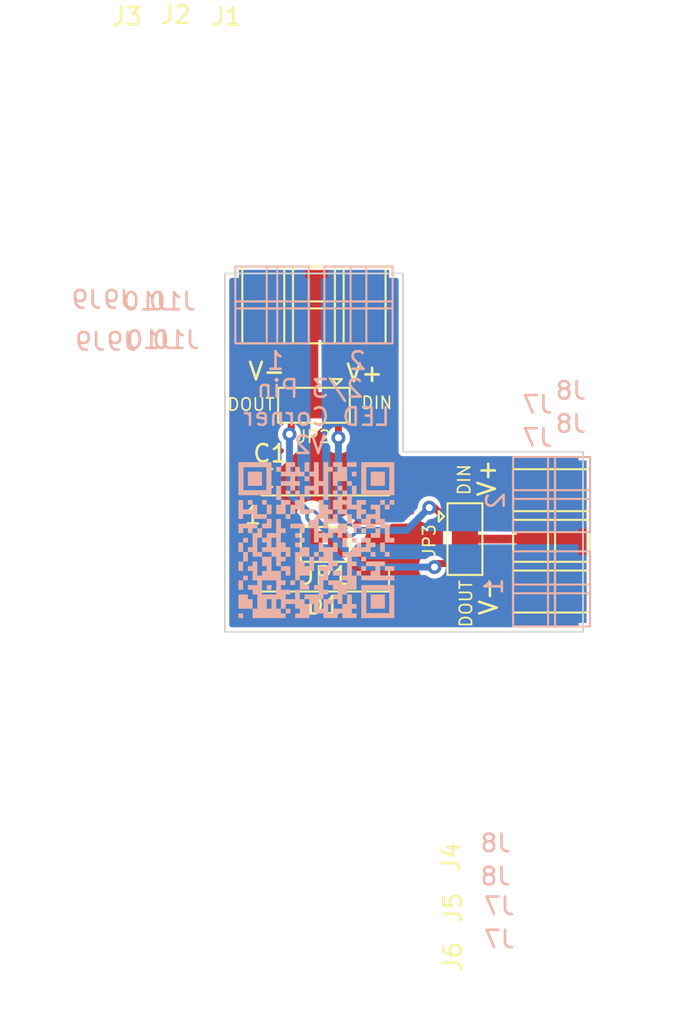
<source format=kicad_pcb>
(kicad_pcb (version 20211014) (generator pcbnew)
  (layers (0 "F.Cu" signal) (31 "B.Cu" signal) (34 "B.Paste" user) (35 "F.Paste" user) (36 "B.SilkS" user "B.Silkscreen") (37 "F.SilkS" user "F.Silkscreen") (38 "B.Mask" user) (39 "F.Mask" user) (44 "Edge.Cuts" user))
  (net 0 "")
  (net 1 "GND")
  (net 2 "K1")
  (net 3 "K2")
  (net 4 "VCC")
  (net 5 "/2pin1")
  (net 6 "/2pin2")
  (net 7 "DOUT")
  (net 8 "DIN")
  (footprint "TestPoint:TestPoint_Pad_2.0x2.0mm" (layer "F.Cu") (at 147.5 105.3 180)
    (fp_text reference "J1" (at 7.9 15.5 180) (layer "F.SilkS"))
    (fp_text value "Conn_01x01_Male")
    (fp_line (start 1.2 -1.2) (end 1.2 1.2) (layer "F.SilkS") (width 0.12))
    (fp_line (start -1.2 -1.2) (end 1.2 -1.2) (layer "F.SilkS") (width 0.12))
    (fp_line (start 1.2 1.2) (end -1.2 1.2) (layer "F.SilkS") (width 0.12))
    (fp_line (start -1.2 1.2) (end -1.2 -1.2) (layer "F.SilkS") (width 0.12))
    (pad "1" smd rect locked (at 0 0 180) (size 2 2) (layers "F.Cu" "F.Mask") (net 4 "VCC"))
  )
  (footprint "LED_SMD:LED_WS2812B_PLCC4_5.0x5.0mm_P3.2mm" (layer "F.Cu") (at 145.25 119.95)
    (fp_text reference "D1" (at -0.1 3.55) (layer "F.SilkS"))
    (fp_text value "WS2812B")
    (fp_text user "1" (at -4.15 -1.6) (layer "F.SilkS"))
    (fp_line (start -3.65 2.75) (end 3.65 2.75) (layer "F.SilkS") (width 0.12))
    (fp_line (start 3.65 2.75) (end 3.65 1.6) (layer "F.SilkS") (width 0.12))
    (fp_line (start -3.65 -2.75) (end 3.65 -2.75) (layer "F.SilkS") (width 0.12))
    (pad "1" smd rect locked (at -2.45 -1.6) (size 1.5 1) (layers "F.Cu" "F.Paste" "F.Mask") (net 4 "VCC"))
    (pad "2" smd rect locked (at -2.45 1.6) (size 1.5 1) (layers "F.Cu" "F.Paste" "F.Mask") (net 7 "DOUT"))
    (pad "3" smd rect locked (at 2.45 1.6) (size 1.5 1) (layers "F.Cu" "F.Paste" "F.Mask") (net 1 "GND"))
    (pad "4" smd rect locked (at 2.45 -1.6) (size 1.5 1) (layers "F.Cu" "F.Paste" "F.Mask") (net 8 "DIN"))
  )
  (footprint "TestPoint:TestPoint_Pad_2.0x2.0mm" (layer "F.Cu") (at 159.2 122.7 90)
    (fp_text reference "J6" (at -20.9 -6.65 90) (layer "F.SilkS"))
    (fp_text value "Conn_01x01_Male")
    (fp_line (start 1.2 1.2) (end -1.2 1.2) (layer "F.SilkS") (width 0.12))
    (fp_line (start -1.2 1.2) (end -1.2 -1.2) (layer "F.SilkS") (width 0.12))
    (fp_line (start 1.2 -1.2) (end 1.2 1.2) (layer "F.SilkS") (width 0.12))
    (fp_line (start -1.2 -1.2) (end 1.2 -1.2) (layer "F.SilkS") (width 0.12))
    (pad "1" smd rect locked (at 0 0 90) (size 2 2) (layers "F.Cu" "F.Mask") (net 1 "GND"))
  )
  (footprint "TestPoint:TestPoint_Pad_2.0x2.0mm" (layer "F.Cu") (at 144.6 105.3 180)
    (fp_text reference "J2" (at 7.9 15.6 180) (layer "F.SilkS"))
    (fp_text value "Conn_01x01_Male")
    (fp_line (start -1.2 -1.2) (end 1.2 -1.2) (layer "F.SilkS") (width 0.12))
    (fp_line (start 1.2 1.2) (end -1.2 1.2) (layer "F.SilkS") (width 0.12))
    (fp_line (start -1.2 1.2) (end -1.2 -1.2) (layer "F.SilkS") (width 0.12))
    (fp_line (start 1.2 -1.2) (end 1.2 1.2) (layer "F.SilkS") (width 0.12))
    (pad "1" smd rect locked (at 0 0 180) (size 2 2) (layers "F.Cu" "F.Mask") (net 2 "K1"))
  )
  (footprint "TestPoint:TestPoint_Pad_2.0x2.0mm" (layer "F.Cu") (at 157.2 122.7 90)
    (fp_text reference "J6" (at -20.9 -4.65 90) (layer "F.SilkS"))
    (fp_text value "Conn_01x01_Male")
    (fp_line (start -1.2 1.2) (end -1.2 -1.2) (layer "F.SilkS") (width 0.12))
    (fp_line (start 1.2 1.2) (end -1.2 1.2) (layer "F.SilkS") (width 0.12))
    (fp_line (start 1.2 -1.2) (end 1.2 1.2) (layer "F.SilkS") (width 0.12))
    (fp_line (start -1.2 -1.2) (end 1.2 -1.2) (layer "F.SilkS") (width 0.12))
    (pad "1" smd rect locked (at 0 0 90) (size 2 2) (layers "F.Cu" "F.Mask") (net 1 "GND"))
  )
  (footprint "Jumper:SolderJumper-3_P1.3mm_Open_Pad1.0x1.5mm" (layer "F.Cu") (at 153.2425 119.7 -90)
    (fp_text reference "JP3" (at 0.1 2.0425 90) (layer "F.SilkS") (effects (font (size 0.7 0.7) (thickness 0.1))))
    (fp_text value "Jumper_3_Open")
    (fp_line (start -1.3 1.2) (end -1 1.5) (layer "F.SilkS") (width 0.12))
    (fp_line (start 2.05 1) (end -2.05 1) (layer "F.SilkS") (width 0.12))
    (fp_line (start -2.05 -1) (end 2.05 -1) (layer "F.SilkS") (width 0.12))
    (fp_line (start 2.05 -1) (end 2.05 1) (layer "F.SilkS") (width 0.12))
    (fp_line (start -1.6 1.5) (end -1 1.5) (layer "F.SilkS") (width 0.12))
    (fp_line (start -2.05 1) (end -2.05 -1) (layer "F.SilkS") (width 0.12))
    (fp_line (start -1.3 1.2) (end -1.6 1.5) (layer "F.SilkS") (width 0.12))
    (pad "1" smd rect (at -1.3 0 270) (size 1 1.5) (layers "F.Cu" "F.Mask") (net 8 "DIN"))
    (pad "2" smd rect (at 0 0 270) (size 1 1.5) (layers "F.Cu" "F.Mask") (net 3 "K2"))
    (pad "3" smd rect (at 1.3 0 270) (size 1 1.5) (layers "F.Cu" "F.Mask") (net 7 "DOUT"))
  )
  (footprint "TestPoint:TestPoint_Pad_2.0x2.0mm" (layer "F.Cu") (at 141.7 107.3 180)
    (fp_text reference "J3" (at 7.8 17.5 180) (layer "F.SilkS"))
    (fp_text value "Conn_01x01_Male")
    (fp_line (start 1.2 1.2) (end -1.2 1.2) (layer "F.SilkS") (width 0.12))
    (fp_line (start -1.2 1.2) (end -1.2 -1.2) (layer "F.SilkS") (width 0.12))
    (fp_line (start 1.2 -1.2) (end 1.2 1.2) (layer "F.SilkS") (width 0.12))
    (fp_line (start -1.2 -1.2) (end 1.2 -1.2) (layer "F.SilkS") (width 0.12))
    (pad "1" smd rect locked (at 0 0 180) (size 2 2) (layers "F.Cu" "F.Mask") (net 1 "GND"))
  )
  (footprint "TestPoint:TestPoint_Pad_2.0x2.0mm" (layer "F.Cu") (at 144.6 107.3 180)
    (fp_text reference "J2" (at 7.9 17.6 180) (layer "F.SilkS"))
    (fp_text value "Conn_01x01_Male")
    (fp_line (start 1.2 1.2) (end -1.2 1.2) (layer "F.SilkS") (width 0.12))
    (fp_line (start 1.2 -1.2) (end 1.2 1.2) (layer "F.SilkS") (width 0.12))
    (fp_line (start -1.2 1.2) (end -1.2 -1.2) (layer "F.SilkS") (width 0.12))
    (fp_line (start -1.2 -1.2) (end 1.2 -1.2) (layer "F.SilkS") (width 0.12))
    (pad "1" smd rect locked (at 0 0 180) (size 2 2) (layers "F.Cu" "F.Mask") (net 2 "K1"))
  )
  (footprint "TestPoint:TestPoint_Pad_2.0x2.0mm" (layer "F.Cu") (at 147.5 107.3 180)
    (fp_text reference "J1" (at 7.9 17.5 180) (layer "F.SilkS"))
    (fp_text value "Conn_01x01_Male")
    (fp_line (start -1.2 -1.2) (end 1.2 -1.2) (layer "F.SilkS") (width 0.12))
    (fp_line (start -1.2 1.2) (end -1.2 -1.2) (layer "F.SilkS") (width 0.12))
    (fp_line (start 1.2 1.2) (end -1.2 1.2) (layer "F.SilkS") (width 0.12))
    (fp_line (start 1.2 -1.2) (end 1.2 1.2) (layer "F.SilkS") (width 0.12))
    (pad "1" smd rect locked (at 0 0 180) (size 2 2) (layers "F.Cu" "F.Mask") (net 4 "VCC"))
  )
  (footprint "TestPoint:TestPoint_Pad_2.0x2.0mm" (layer "F.Cu") (at 157.2 119.8 90)
    (fp_text reference "J5" (at -21 -4.65 90) (layer "F.SilkS"))
    (fp_text value "Conn_01x01_Male")
    (fp_line (start -1.2 -1.2) (end 1.2 -1.2) (layer "F.SilkS") (width 0.12))
    (fp_line (start 1.2 1.2) (end -1.2 1.2) (layer "F.SilkS") (width 0.12))
    (fp_line (start 1.2 -1.2) (end 1.2 1.2) (layer "F.SilkS") (width 0.12))
    (fp_line (start -1.2 1.2) (end -1.2 -1.2) (layer "F.SilkS") (width 0.12))
    (pad "1" smd rect locked (at 0 0 90) (size 2 2) (layers "F.Cu" "F.Mask") (net 3 "K2"))
  )
  (footprint "TestPoint:TestPoint_Pad_2.0x2.0mm" (layer "F.Cu") (at 159.2 119.8 90)
    (fp_text reference "J5" (at -21 -6.65 90) (layer "F.SilkS"))
    (fp_text value "Conn_01x01_Male")
    (fp_line (start 1.2 1.2) (end -1.2 1.2) (layer "F.SilkS") (width 0.12))
    (fp_line (start -1.2 1.2) (end -1.2 -1.2) (layer "F.SilkS") (width 0.12))
    (fp_line (start -1.2 -1.2) (end 1.2 -1.2) (layer "F.SilkS") (width 0.12))
    (fp_line (start 1.2 -1.2) (end 1.2 1.2) (layer "F.SilkS") (width 0.12))
    (pad "1" smd rect locked (at 0 0 90) (size 2 2) (layers "F.Cu" "F.Mask") (net 3 "K2"))
  )
  (footprint "TestPoint:TestPoint_Pad_2.0x2.0mm" (layer "F.Cu") (at 159.2 116.9 90)
    (fp_text reference "J4" (at -21 -6.75 90) (layer "F.SilkS"))
    (fp_text value "Conn_01x01_Male")
    (fp_line (start 1.2 -1.2) (end 1.2 1.2) (layer "F.SilkS") (width 0.12))
    (fp_line (start -1.2 -1.2) (end 1.2 -1.2) (layer "F.SilkS") (width 0.12))
    (fp_line (start -1.2 1.2) (end -1.2 -1.2) (layer "F.SilkS") (width 0.12))
    (fp_line (start 1.2 1.2) (end -1.2 1.2) (layer "F.SilkS") (width 0.12))
    (pad "1" smd rect locked (at 0 0 90) (size 2 2) (layers "F.Cu" "F.Mask") (net 4 "VCC"))
  )
  (footprint "Jumper:SolderJumper-3_P1.3mm_Open_Pad1.0x1.5mm" (layer "F.Cu") (at 144.6 112.0425 180)
    (fp_text reference "JP2" (at 0 -1.8) (layer "F.SilkS") (effects (font (size 0.7 0.7) (thickness 0.1))))
    (fp_text value "Jumper_3_Open")
    (fp_line (start 2.05 1) (end -2.05 1) (layer "F.SilkS") (width 0.12))
    (fp_line (start -2.05 1) (end -2.05 -1) (layer "F.SilkS") (width 0.12))
    (fp_line (start -1.6 1.5) (end -1 1.5) (layer "F.SilkS") (width 0.12))
    (fp_line (start 2.05 -1) (end 2.05 1) (layer "F.SilkS") (width 0.12))
    (fp_line (start -1.3 1.2) (end -1 1.5) (layer "F.SilkS") (width 0.12))
    (fp_line (start -2.05 -1) (end 2.05 -1) (layer "F.SilkS") (width 0.12))
    (fp_line (start -1.3 1.2) (end -1.6 1.5) (layer "F.SilkS") (width 0.12))
    (pad "1" smd rect (at -1.3 0 180) (size 1 1.5) (layers "F.Cu" "F.Mask") (net 8 "DIN"))
    (pad "2" smd rect (at 0 0 180) (size 1 1.5) (layers "F.Cu" "F.Mask") (net 2 "K1"))
    (pad "3" smd rect (at 1.3 0 180) (size 1 1.5) (layers "F.Cu" "F.Mask") (net 7 "DOUT"))
  )
  (footprint "TestPoint:TestPoint_Pad_2.0x2.0mm" (layer "F.Cu") (at 141.7 105.3 180)
    (fp_text reference "J3" (at 7.8 15.5 180) (layer "F.SilkS"))
    (fp_text value "Conn_01x01_Male")
    (fp_line (start 1.2 1.2) (end -1.2 1.2) (layer "F.SilkS") (width 0.12))
    (fp_line (start -1.2 1.2) (end -1.2 -1.2) (layer "F.SilkS") (width 0.12))
    (fp_line (start 1.2 -1.2) (end 1.2 1.2) (layer "F.SilkS") (width 0.12))
    (fp_line (start -1.2 -1.2) (end 1.2 -1.2) (layer "F.SilkS") (width 0.12))
    (pad "1" smd rect locked (at 0 0 180) (size 2 2) (layers "F.Cu" "F.Mask") (net 1 "GND"))
  )
  (footprint "TestPoint:TestPoint_Pad_2.0x2.0mm" (layer "F.Cu") (at 157.2 116.9 90)
    (fp_text reference "J4" (at -21 -4.75 90) (layer "F.SilkS"))
    (fp_text value "Conn_01x01_Male")
    (fp_line (start -1.2 -1.2) (end 1.2 -1.2) (layer "F.SilkS") (width 0.12))
    (fp_line (start 1.2 1.2) (end -1.2 1.2) (layer "F.SilkS") (width 0.12))
    (fp_line (start 1.2 -1.2) (end 1.2 1.2) (layer "F.SilkS") (width 0.12))
    (fp_line (start -1.2 1.2) (end -1.2 -1.2) (layer "F.SilkS") (width 0.12))
    (pad "1" smd rect locked (at 0 0 90) (size 2 2) (layers "F.Cu" "F.Mask") (net 4 "VCC"))
  )
  (footprint "Capacitor_SMD:C_0603_1608Metric" (layer "F.Cu") (at 142.075 116.2 180)
    (fp_text reference "C1" (at -0.025 1.4) (layer "F.SilkS"))
    (fp_text value "C")
    (fp_line (start -0.14058 -0.51) (end 0.14058 -0.51) (layer "F.SilkS") (width 0.12))
    (fp_line (start -0.14058 0.51) (end 0.14058 0.51) (layer "F.SilkS") (width 0.12))
    (pad "1" smd roundrect locked (at -0.775 0 180) (size 0.9 0.95) (layers "F.Cu" "F.Paste" "F.Mask") (net 4 "VCC"))
    (pad "2" smd roundrect locked (at 0.775 0 180) (size 0.9 0.95) (layers "F.Cu" "F.Paste" "F.Mask") (net 1 "GND"))
  )
  (footprint "Jumper:SolderJumper-2_P1.3mm_Open_Pad1.0x1.5mm" (layer "F.Cu") (at 145.25 120 180)
    (fp_text reference "JP1" (at 0 -1.8) (layer "F.SilkS"))
    (fp_text value "Jumper_2_Open")
    (fp_line (start 1.4 -1) (end 1.4 1) (layer "F.SilkS") (width 0.12))
    (fp_line (start -1.4 1) (end -1.4 -1) (layer "F.SilkS") (width 0.12))
    (fp_line (start -1.4 -1) (end 1.4 -1) (layer "F.SilkS") (width 0.12))
    (fp_line (start 1.4 1) (end -1.4 1) (layer "F.SilkS") (width 0.12))
    (pad "1" smd rect locked (at -0.65 0 180) (size 1 1.5) (layers "F.Cu" "F.Mask") (net 8 "DIN"))
    (pad "2" smd rect locked (at 0.65 0 180) (size 1 1.5) (layers "F.Cu" "F.Mask") (net 7 "DOUT"))
  )
  (footprint "TestPoint:TestPoint_Pad_2.0x2.0mm" (layer "B.Cu") (at 146.4 105.3 180)
    (fp_text reference "J10" (at 11.4 -0.8) (layer "B.SilkS") (effects (justify mirror)))
    (fp_text value "Conn_01x01_Male")
    (fp_line (start -1.2 1.2) (end 1.2 1.2) (layer "B.SilkS") (width 0.12))
    (fp_line (start 1.2 -1.2) (end -1.2 -1.2) (layer "B.SilkS") (width 0.12))
    (fp_line (start 1.2 1.2) (end 1.2 -1.2) (layer "B.SilkS") (width 0.12))
    (fp_line (start -1.2 -1.2) (end -1.2 1.2) (layer "B.SilkS") (width 0.12))
    (pad "1" smd rect (at 0 0 180) (size 2 2) (layers "B.Cu" "B.Mask") (net 6 "/2pin2"))
  )
  (footprint "TestPoint:TestPoint_Pad_2.0x2.0mm" (layer "B.Cu") (at 147.9 105.3 180)
    (fp_text reference "J10" (at 11.4 -0.8) (layer "B.SilkS") (effects (justify mirror)))
    (fp_text value "Conn_01x01_Male")
    (fp_line (start 1.2 -1.2) (end -1.2 -1.2) (layer "B.SilkS") (width 0.12))
    (fp_line (start 1.2 1.2) (end 1.2 -1.2) (layer "B.SilkS") (width 0.12))
    (fp_line (start -1.2 -1.2) (end -1.2 1.2) (layer "B.SilkS") (width 0.12))
    (fp_line (start -1.2 1.2) (end 1.2 1.2) (layer "B.SilkS") (width 0.12))
    (pad "1" smd rect (at 0 0 180) (size 2 2) (layers "B.Cu" "B.Mask") (net 6 "/2pin2"))
  )
  (footprint "TestPoint:TestPoint_Pad_2.0x2.0mm" (layer "B.Cu") (at 143.1 107.3 180)
    (fp_text reference "J9" (at 9.5 -1.1) (layer "B.SilkS") (effects (justify mirror)))
    (fp_text value "Conn_01x01_Male")
    (fp_line (start -1.2 -1.2) (end -1.2 1.2) (layer "B.SilkS") (width 0.12))
    (fp_line (start 1.2 -1.2) (end -1.2 -1.2) (layer "B.SilkS") (width 0.12))
    (fp_line (start 1.2 1.2) (end 1.2 -1.2) (layer "B.SilkS") (width 0.12))
    (fp_line (start -1.2 1.2) (end 1.2 1.2) (layer "B.SilkS") (width 0.12))
    (pad "1" smd rect (at 0 0 180) (size 2 2) (layers "B.Cu" "B.Mask") (net 5 "/2pin1"))
  )
  (footprint "TestPoint:TestPoint_Pad_2.0x2.0mm" (layer "B.Cu") (at 157.2 116.2 180)
    (fp_text reference "J8" (at 2.2 -20.9) (layer "B.SilkS") (effects (justify mirror)))
    (fp_text value "Conn_01x01_Male")
    (fp_line (start -1.2 -1.2) (end -1.2 1.2) (layer "B.SilkS") (width 0.12))
    (fp_line (start 1.2 -1.2) (end -1.2 -1.2) (layer "B.SilkS") (width 0.12))
    (fp_line (start -1.2 1.2) (end 1.2 1.2) (layer "B.SilkS") (width 0.12))
    (fp_line (start 1.2 1.2) (end 1.2 -1.2) (layer "B.SilkS") (width 0.12))
    (pad "1" smd rect (at 0 0 180) (size 2 2) (layers "B.Cu" "B.Mask") (net 6 "/2pin2"))
  )
  (footprint "TestPoint:TestPoint_Pad_2.0x2.0mm" (layer "B.Cu") (at 146.4 107.3 180)
    (fp_text reference "J10" (at 11.2 -1) (layer "B.SilkS") (effects (justify mirror)))
    (fp_text value "Conn_01x01_Male")
    (fp_line (start -1.2 -1.2) (end -1.2 1.2) (layer "B.SilkS") (width 0.12))
    (fp_line (start -1.2 1.2) (end 1.2 1.2) (layer "B.SilkS") (width 0.12))
    (fp_line (start 1.2 -1.2) (end -1.2 -1.2) (layer "B.SilkS") (width 0.12))
    (fp_line (start 1.2 1.2) (end 1.2 -1.2) (layer "B.SilkS") (width 0.12))
    (pad "1" smd rect (at 0 0 180) (size 2 2) (layers "B.Cu" "B.Mask") (net 6 "/2pin2"))
  )
  (footprint "TestPoint:TestPoint_Pad_2.0x2.0mm" (layer "B.Cu") (at 157.2 121.6 180)
    (fp_text reference "J7" (at 2 -19.1) (layer "B.SilkS") (effects (justify mirror)))
    (fp_text value "Conn_01x01_Male")
    (fp_line (start -1.2 1.2) (end 1.2 1.2) (layer "B.SilkS") (width 0.12))
    (fp_line (start 1.2 -1.2) (end -1.2 -1.2) (layer "B.SilkS") (width 0.12))
    (fp_line (start -1.2 -1.2) (end -1.2 1.2) (layer "B.SilkS") (width 0.12))
    (fp_line (start 1.2 1.2) (end 1.2 -1.2) (layer "B.SilkS") (width 0.12))
    (pad "1" smd rect (at 0 0 180) (size 2 2) (layers "B.Cu" "B.Mask") (net 5 "/2pin1"))
  )
  (footprint "TestPoint:TestPoint_Pad_2.0x2.0mm" (layer "B.Cu") (at 159.2 123.5 180)
    (fp_text reference "J7" (at 1.8 9.6) (layer "B.SilkS") (effects (justify mirror)))
    (fp_text value "Conn_01x01_Male")
    (fp_line (start 1.2 -1.2) (end -1.2 -1.2) (layer "B.SilkS") (width 0.12))
    (fp_line (start -1.2 -1.2) (end -1.2 1.2) (layer "B.SilkS") (width 0.12))
    (fp_line (start -1.2 1.2) (end 1.2 1.2) (layer "B.SilkS") (width 0.12))
    (fp_line (start 1.2 1.2) (end 1.2 -1.2) (layer "B.SilkS") (width 0.12))
    (pad "1" smd rect (at 0 0 180) (size 2 2) (layers "B.Cu" "B.Mask") (net 5 "/2pin1"))
  )
  (footprint "TestPoint:TestPoint_Pad_2.0x2.0mm" (layer "B.Cu") (at 147.9 107.3 180)
    (fp_text reference "J10" (at 11.2 -1) (layer "B.SilkS") (effects (justify mirror)))
    (fp_text value "Conn_01x01_Male")
    (fp_line (start -1.2 1.2) (end 1.2 1.2) (layer "B.SilkS") (width 0.12))
    (fp_line (start 1.2 -1.2) (end -1.2 -1.2) (layer "B.SilkS") (width 0.12))
    (fp_line (start 1.2 1.2) (end 1.2 -1.2) (layer "B.SilkS") (width 0.12))
    (fp_line (start -1.2 -1.2) (end -1.2 1.2) (layer "B.SilkS") (width 0.12))
    (pad "1" smd rect (at 0 0 180) (size 2 2) (layers "B.Cu" "B.Mask") (net 6 "/2pin2"))
  )
  (footprint "TestPoint:TestPoint_Pad_2.0x2.0mm" (layer "B.Cu") (at 159.2 118.1 180)
    (fp_text reference "J8" (at -0.1 5) (layer "B.SilkS") (effects (justify mirror)))
    (fp_text value "Conn_01x01_Male")
    (fp_line (start 1.2 1.2) (end 1.2 -1.2) (layer "B.SilkS") (width 0.12))
    (fp_line (start 1.2 -1.2) (end -1.2 -1.2) (layer "B.SilkS") (width 0.12))
    (fp_line (start -1.2 -1.2) (end -1.2 1.2) (layer "B.SilkS") (width 0.12))
    (fp_line (start -1.2 1.2) (end 1.2 1.2) (layer "B.SilkS") (width 0.12))
    (pad "1" smd rect (at 0 0 180) (size 2 2) (layers "B.Cu" "B.Mask") (net 6 "/2pin2"))
  )
  (footprint "TestPoint:TestPoint_Pad_2.0x2.0mm" (layer "B.Cu") (at 157.2 123.5 180)
    (fp_text reference "J7" (at 2 -19.1) (layer "B.SilkS") (effects (justify mirror)))
    (fp_text value "Conn_01x01_Male")
    (fp_line (start 1.2 1.2) (end 1.2 -1.2) (layer "B.SilkS") (width 0.12))
    (fp_line (start 1.2 -1.2) (end -1.2 -1.2) (layer "B.SilkS") (width 0.12))
    (fp_line (start -1.2 1.2) (end 1.2 1.2) (layer "B.SilkS") (width 0.12))
    (fp_line (start -1.2 -1.2) (end -1.2 1.2) (layer "B.SilkS") (width 0.12))
    (pad "1" smd rect (at 0 0 180) (size 2 2) (layers "B.Cu" "B.Mask") (net 5 "/2pin1"))
  )
  (footprint "TestPoint:TestPoint_Pad_2.0x2.0mm" (layer "B.Cu") (at 141.3 105.3 180)
    (fp_text reference "J9" (at 9.7 -0.7) (layer "B.SilkS") (effects (justify mirror)))
    (fp_text value "Conn_01x01_Male")
    (fp_line (start 1.2 -1.2) (end -1.2 -1.2) (layer "B.SilkS") (width 0.12))
    (fp_line (start -1.2 -1.2) (end -1.2 1.2) (layer "B.SilkS") (width 0.12))
    (fp_line (start 1.2 1.2) (end 1.2 -1.2) (layer "B.SilkS") (width 0.12))
    (fp_line (start -1.2 1.2) (end 1.2 1.2) (layer "B.SilkS") (width 0.12))
    (pad "1" smd rect (at 0 0 180) (size 2 2) (layers "B.Cu" "B.Mask") (net 5 "/2pin1"))
  )
  (footprint "TestPoint:TestPoint_Pad_2.0x2.0mm" (layer "B.Cu") (at 141.3 107.3 180)
    (fp_text reference "J9" (at 9.5 -1.1) (layer "B.SilkS") (effects (justify mirror)))
    (fp_text value "Conn_01x01_Male")
    (fp_line (start -1.2 -1.2) (end -1.2 1.2) (layer "B.SilkS") (width 0.12))
    (fp_line (start 1.2 1.2) (end 1.2 -1.2) (layer "B.SilkS") (width 0.12))
    (fp_line (start 1.2 -1.2) (end -1.2 -1.2) (layer "B.SilkS") (width 0.12))
    (fp_line (start -1.2 1.2) (end 1.2 1.2) (layer "B.SilkS") (width 0.12))
    (pad "1" smd rect (at 0 0 180) (size 2 2) (layers "B.Cu" "B.Mask") (net 5 "/2pin1"))
  )
  (footprint "LOGO" (layer "B.Cu") (at 144.75 119.75 180)
    (fp_text reference "G***" hide)
    (fp_text value "LOGO" hide)
    (fp_poly (pts (xy 4.472564 -1.768223) (xy 4.20213 -1.768223) (xy 4.20213 -1.227355) (xy 4.472564 -1.227355)) (layer "B.SilkS") (width 0) (fill solid))
    (fp_poly (pts (xy -1.476986 2.558722) (xy -1.74742 2.558722) (xy -1.74742 2.829156) (xy -1.476986 2.829156)) (layer "B.SilkS") (width 0) (fill solid))
    (fp_poly (pts (xy -1.74742 4.181326) (xy -2.288288 4.181326) (xy -2.288288 4.45176) (xy -1.74742 4.45176)) (layer "B.SilkS") (width 0) (fill solid))
    (fp_poly (pts (xy -3.640458 -0.686487) (xy -3.910892 -0.686487) (xy -3.910892 -0.145619) (xy -3.640458 -0.145619)) (layer "B.SilkS") (width 0) (fill solid))
    (fp_poly (pts (xy 1.227355 0.124815) (xy 0.956921 0.124815) (xy 0.956921 0.395249) (xy 1.227355 0.395249)) (layer "B.SilkS") (width 0) (fill solid))
    (fp_poly (pts (xy 3.931696 2.017854) (xy 3.661262 2.017854) (xy 3.661262 2.288288) (xy 3.931696 2.288288)) (layer "B.SilkS") (width 0) (fill solid))
    (fp_poly (pts (xy -2.017854 3.640458) (xy -2.288288 3.640458) (xy -2.288288 3.910892) (xy -2.017854 3.910892)) (layer "B.SilkS") (width 0) (fill solid))
    (fp_poly (pts (xy 4.20213 -1.227355) (xy 3.931696 -1.227355) (xy 3.931696 -0.686487) (xy 4.20213 -0.686487)) (layer "B.SilkS") (width 0) (fill solid))
    (fp_poly (pts (xy -2.017854 -0.145619) (xy -2.288288 -0.145619) (xy -2.288288 0.124815) (xy -2.017854 0.124815)) (layer "B.SilkS") (width 0) (fill solid))
    (fp_poly (pts (xy -3.910892 -0.956921) (xy -4.181326 -0.956921) (xy -4.181326 -0.686487) (xy -3.910892 -0.686487)) (layer "B.SilkS") (width 0) (fill solid))
    (fp_poly (pts (xy -1.74742 0.936117) (xy -2.017854 0.936117) (xy -2.017854 1.476986) (xy -1.74742 1.476986)) (layer "B.SilkS") (width 0) (fill solid))
    (fp_poly (pts (xy -1.74742 0.124815) (xy -2.017854 0.124815) (xy -2.017854 0.395249) (xy -1.74742 0.395249)) (layer "B.SilkS") (width 0) (fill solid))
    (fp_poly (pts (xy -3.910892 1.74742) (xy -4.181326 1.74742) (xy -4.181326 2.017854) (xy -3.910892 2.017854)) (layer "B.SilkS") (width 0) (fill solid))
    (fp_poly (pts (xy 2.84996 1.476986) (xy 2.579525 1.476986) (xy 2.579525 2.017854) (xy 2.84996 2.017854)) (layer "B.SilkS") (width 0) (fill solid))
    (fp_poly (pts (xy -3.09959 -0.956921) (xy -3.370024 -0.956921) (xy -3.370024 -0.686487) (xy -3.09959 -0.686487)) (layer "B.SilkS") (width 0) (fill solid))
    (fp_poly (pts (xy 4.472564 -2.84996) (xy 4.20213 -2.84996) (xy 4.20213 -2.309091) (xy 4.472564 -2.309091)) (layer "B.SilkS") (width 0) (fill solid))
    (fp_poly (pts (xy -3.640458 2.017854) (xy -3.910892 2.017854) (xy -3.910892 2.288288) (xy -3.640458 2.288288)) (layer "B.SilkS") (width 0) (fill solid))
    (fp_poly (pts (xy 1.227355 -0.416053) (xy 0.956921 -0.416053) (xy 0.956921 -0.145619) (xy 1.227355 -0.145619)) (layer "B.SilkS") (width 0) (fill solid))
    (fp_poly (pts (xy 4.472564 -4.472564) (xy 4.20213 -4.472564) (xy 4.20213 -4.20213) (xy 4.472564 -4.20213)) (layer "B.SilkS") (width 0) (fill solid))
    (fp_poly (pts (xy 1.497789 0.665683) (xy 0.956921 0.665683) (xy 0.956921 0.395249) (xy 0.686487 0.395249) (xy 0.686487 0.936117) (xy 1.497789 0.936117)) (layer "B.SilkS") (width 0) (fill solid))
    (fp_poly (pts (xy 4.472564 2.558722) (xy 2.579525 2.558722) (xy 2.579525 2.849959) (xy 2.870762 2.849959) (xy 4.181327 2.849959) (xy 4.181327 4.160524) (xy 2.870762 4.160524) (xy 2.870762 2.849959) (xy 2.579525 2.849959) (xy 2.579525 4.45176) (xy 4.472564 4.45176)) (layer "B.SilkS") (width 0) (fill solid))
    (fp_poly (pts (xy 1.768223 2.558722) (xy 1.497789 2.558722) (xy 1.497789 2.829156) (xy 1.768223 2.829156)) (layer "B.SilkS") (width 0) (fill solid))
    (fp_poly (pts (xy -2.558722 -1.768223) (xy -2.829156 -1.768223) (xy -2.829156 -1.497789) (xy -2.558722 -1.497789)) (layer "B.SilkS") (width 0) (fill solid))
    (fp_poly (pts (xy -1.206552 2.829156) (xy -1.476986 2.829156) (xy -1.476986 3.09959) (xy -1.206552 3.09959)) (layer "B.SilkS") (width 0) (fill solid))
    (fp_poly (pts (xy 4.472564 -3.931696) (xy 3.661262 -3.931696) (xy 3.661262 -3.390828) (xy 3.931696 -3.390828) (xy 3.931696 -3.120394) (xy 4.472564 -3.120394)) (layer "B.SilkS") (width 0) (fill solid))
    (fp_poly (pts (xy 1.497789 -2.579525) (xy 1.227355 -2.579525) (xy 1.227355 -2.309091) (xy 1.497789 -2.309091)) (layer "B.SilkS") (width 0) (fill solid))
    (fp_poly (pts (xy -0.936117 2.558722) (xy -1.206552 2.558722) (xy -1.206552 2.829156) (xy -0.936117 2.829156)) (layer "B.SilkS") (width 0) (fill solid))
    (fp_poly (pts (xy 4.472564 1.206552) (xy 4.20213 1.206552) (xy 4.20213 1.476986) (xy 3.661262 1.476986) (xy 3.661262 1.206552) (xy 2.84996 1.206552) (xy 2.84996 1.476986) (xy 3.390828 1.476986) (xy 3.390828 2.017854) (xy 3.661262 2.017854) (xy 3.661262 1.74742) (xy 4.20213 1.74742) (xy 4.20213 2.288288) (xy 4.472564 2.288288)) (layer "B.SilkS") (width 0) (fill solid))
    (fp_poly (pts (xy -0.936117 -2.038657) (xy -1.476986 -2.038657) (xy -1.476986 -1.768223) (xy -0.936117 -1.768223)) (layer "B.SilkS") (width 0) (fill solid))
    (fp_poly (pts (xy -2.558722 -4.472564) (xy -4.45176 -4.472564) (xy -4.45176 -4.181327) (xy -4.160524 -4.181327) (xy -2.849959 -4.181327) (xy -2.849959 -2.870762) (xy -4.160524 -2.870762) (xy -4.160524 -4.181327) (xy -4.45176 -4.181327) (xy -4.45176 -2.579525) (xy -2.558722 -2.579525)) (layer "B.SilkS") (width 0) (fill solid))
    (fp_poly (pts (xy 1.227355 2.558722) (xy 0.956921 2.558722) (xy 0.956921 2.829156) (xy 1.227355 2.829156)) (layer "B.SilkS") (width 0) (fill solid))
    (fp_poly (pts (xy 2.84996 0.936117) (xy 3.120394 0.936117) (xy 3.120394 0.665683) (xy 2.579525 0.665683) (xy 2.579525 1.206552) (xy 2.84996 1.206552)) (layer "B.SilkS") (width 0) (fill solid))
    (fp_poly (pts (xy 4.20213 -0.145619) (xy 3.931696 -0.145619) (xy 3.931696 0.124815) (xy 4.20213 0.124815)) (layer "B.SilkS") (width 0) (fill solid))
    (fp_poly (pts (xy -3.09959 3.09959) (xy -3.910892 3.09959) (xy -3.910892 3.910892) (xy -3.09959 3.910892)) (layer "B.SilkS") (width 0) (fill solid))
    (fp_poly (pts (xy -3.910892 -1.768223) (xy -4.45176 -1.768223) (xy -4.45176 -1.497789) (xy -3.910892 -1.497789)) (layer "B.SilkS") (width 0) (fill solid))
    (fp_poly (pts (xy 3.931696 3.09959) (xy 3.120394 3.09959) (xy 3.120394 3.910892) (xy 3.931696 3.910892)) (layer "B.SilkS") (width 0) (fill solid))
    (fp_poly (pts (xy -4.181326 2.017854) (xy -4.45176 2.017854) (xy -4.45176 2.288288) (xy -4.181326 2.288288)) (layer "B.SilkS") (width 0) (fill solid))
    (fp_poly (pts (xy 0.956921 -0.145619) (xy 0.686487 -0.145619) (xy 0.686487 0.124815) (xy 0.956921 0.124815)) (layer "B.SilkS") (width 0) (fill solid))
    (fp_poly (pts (xy 0.145619 -0.686487) (xy 0.145619 -0.956921) (xy 0.416053 -0.956921) (xy 0.416053 -0.416053) (xy 0.956921 -0.416053) (xy 0.956921 -0.686487) (xy 1.227355 -0.686487) (xy 1.227355 -2.309091) (xy 0.956921 -2.309091) (xy 0.956921 -2.84996) (xy 1.227355 -2.84996) (xy 1.227355 -3.390828) (xy 1.768223 -3.390828) (xy 1.768223 -3.120394) (xy 2.309091 -3.120394) (xy 3.120394 -3.120394) (xy 3.120394 -2.309091) (xy 2.309091 -2.309091) (xy 2.309091 -3.120394) (xy 1.768223 -3.120394) (xy 1.497789 -3.120394) (xy 1.497789 -2.84996) (xy 2.038657 -2.84996) (xy 2.038657 -2.579525) (xy 1.768223 -2.579525) (xy 1.768223 -2.309091) (xy 2.038657 -2.309091) (xy 2.038657 -1.768223) (xy 2.579525 -1.768223) (xy 2.579525 -0.956921) (xy 3.120394 -0.956921) (xy 3.120394 -0.686487) (xy 2.579525 -0.686487) (xy 2.579525 -0.956921) (xy 2.309091 -0.956921) (xy 2.309091 -1.497789) (xy 2.038657 -1.497789) (xy 2.038657 -1.768223) (xy 1.768223 -1.768223) (xy 1.768223 -2.038657) (xy 1.497789 -2.038657) (xy 1.497789 -1.497789) (xy 2.038657 -1.497789) (xy 2.038657 -1.227355) (xy 1.768223 -1.227355) (xy 1.768223 -0.956921) (xy 2.038657 -0.956921) (xy 2.038657 -0.686487) (xy 1.768223 -0.686487) (xy 1.768223 -0.956921) (xy 1.497789 -0.956921) (xy 1.497789 -0.416053) (xy 1.768223 -0.416053) (xy 2.309091 -0.416053) (xy 2.579525 -0.416053) (xy 2.84996 -0.416053) (xy 3.120394 -0.416053) (xy 3.120394 -0.686487) (xy 3.390828 -0.686487) (xy 3.390828 0.124815) (xy 3.120394 0.124815) (xy 3.120394 -0.145619) (xy 2.84996 -0.145619) (xy 2.84996 -0.416053) (xy 2.579525 -0.416053) (xy 2.579525 0.124815) (xy 2.309091 0.124815) (xy 2.309091 -0.416053) (xy 1.768223 -0.416053) (xy 1.768223 -0.145619) (xy 2.038657 -0.145619) (xy 2.038657 0.395249) (xy 1.768223 0.395249) (xy 1.768223 0.665683) (xy 2.038657 0.665683) (xy 2.038657 1.206552) (xy 2.309091 1.206552) (xy 2.309091 0.395249) (xy 2.84996 0.395249) (xy 2.84996 0.124815) (xy 3.120394 0.124815) (xy 3.120394 0.395249) (xy 3.390828 0.395249) (xy 3.661262 0.395249) (xy 3.661262 0.665683) (xy 3.390828 0.665683) (xy 3.390828 0.395249) (xy 3.120394 0.395249) (xy 3.120394 0.665683) (xy 3.390828 0.665683) (xy 3.390828 0.936117) (xy 4.472564 0.936117) (xy 4.472564 0.395249) (xy 4.20213 0.395249) (xy 4.20213 0.665683) (xy 3.931696 0.665683) (xy 3.931696 0.395249) (xy 3.661262 0.395249) (xy 3.661262 -0.416053) (xy 3.931696 -0.416053) (xy 3.931696 -0.686487) (xy 3.661262 -0.686487) (xy 3.661262 -0.956921) (xy 3.120394 -0.956921) (xy 3.120394 -1.497789) (xy 2.84996 -1.497789) (xy 2.84996 -1.768223) (xy 3.120394 -1.768223) (xy 3.120394 -2.038657) (xy 3.390828 -2.038657) (xy 3.390828 -1.227355) (xy 3.661262 -1.227355) (xy 3.661262 -1.497789) (xy 3.931696 -1.497789) (xy 3.931696 -1.768223) (xy 3.661262 -1.768223) (xy 3.661262 -2.309091) (xy 3.390828 -2.309091) (xy 3.390828 -2.579525) (xy 3.931696 -2.579525) (xy 3.931696 -2.84996) (xy 3.661262 -2.84996) (xy 3.661262 -3.120394) (xy 3.390828 -3.120394) (xy 3.390828 -3.931696) (xy 3.661262 -3.931696) (xy 3.661262 -4.472564) (xy 1.768223 -4.472564) (xy 1.768223 -4.20213) (xy 2.038657 -4.20213) (xy 2.038657 -3.931696) (xy 2.309091 -3.931696) (xy 2.579525 -3.931696) (xy 2.84996 -3.931696) (xy 2.84996 -3.390828) (xy 2.579525 -3.390828) (xy 2.579525 -3.931696) (xy 2.309091 -3.931696) (xy 2.309091 -3.390828) (xy 2.038657 -3.390828) (xy 2.038657 -3.931696) (xy 1.768223 -3.931696) (xy 1.768223 -4.20213) (xy 1.497789 -4.20213) (xy 1.497789 -3.931696) (xy 1.768223 -3.931696) (xy 1.768223 -3.661262) (xy 1.227355 -3.661262) (xy 1.227355 -3.931696) (xy 0.956921 -3.931696) (xy 0.956921 -4.20213) (xy 1.227355 -4.20213) (xy 1.227355 -4.472564) (xy 0.416053 -4.472564) (xy 0.416053 -3.661262) (xy 0.686487 -3.661262) (xy 0.686487 -3.390828) (xy 0.416053 -3.390828) (xy 0.416053 -3.661262) (xy 0.145619 -3.661262) (xy 0.145619 -4.20213) (xy -0.395249 -4.20213) (xy -0.395249 -4.472564) (xy -1.206552 -4.472564) (xy -1.206552 -4.20213) (xy -1.476986 -4.20213) (xy -1.476986 -4.472564) (xy -2.288288 -4.472564) (xy -2.288288 -4.20213) (xy -2.017854 -4.20213) (xy -2.017854 -3.931696) (xy -1.476986 -3.931696) (xy -0.936117 -3.931696) (xy -0.936117 -4.20213) (xy -0.665683 -4.20213) (xy -0.665683 -3.931696) (xy -0.395249 -3.931696) (xy -0.124815 -3.931696) (xy -0.124815 -3.390828) (xy -0.395249 -3.390828) (xy -0.395249 -3.931696) (xy -0.665683 -3.931696) (xy -0.665683 -3.661262) (xy -0.936117 -3.661262) (xy -0.936117 -3.390828) (xy -1.206552 -3.390828) (xy -1.206552 -3.661262) (xy -1.476986 -3.661262) (xy -1.476986 -3.931696) (xy -2.017854 -3.931696) (xy -2.288288 -3.931696) (xy -2.288288 -3.661262) (xy -2.017854 -3.661262) (xy -1.74742 -3.661262) (xy -1.476986 -3.661262) (xy -1.476986 -3.120394) (xy -1.206552 -3.120394) (xy -0.936117 -3.120394) (xy -0.936117 -3.390828) (xy -0.395249 -3.390828) (xy -0.395249 -3.120394) (xy -0.665683 -3.120394) (xy -0.665683 -2.84996) (xy -0.395249 -2.84996) (xy -0.395249 -2.309091) (xy -0.665683 -2.309091) (xy -0.665683 -2.579525) (xy -0.936117 -2.579525) (xy -0.936117 -2.84996) (xy -1.206552 -2.84996) (xy -1.206552 -3.120394) (xy -1.476986 -3.120394) (xy -1.74742 -3.120394) (xy -1.74742 -3.661262) (xy -2.017854 -3.661262) (xy -2.017854 -3.120394) (xy -1.74742 -3.120394) (xy -1.74742 -2.84996) (xy -2.288288 -2.84996) (xy -2.288288 -2.579525) (xy -1.74742 -2.579525) (xy -1.476986 -2.579525) (xy -1.476986 -2.309091) (xy -1.74742 -2.309091) (xy -1.74742 -2.579525) (xy -2.288288 -2.579525) (xy -2.288288 -2.038657) (xy -2.558722 -2.038657) (xy -2.558722 -2.309091) (xy -4.45176 -2.309091) (xy -4.45176 -2.038657) (xy -3.640458 -2.038657) (xy -3.640458 -1.768223) (xy -3.370024 -1.768223) (xy -3.09959 -1.768223) (xy -3.09959 -2.038657) (xy -2.558722 -2.038657) (xy -2.558722 -1.768223) (xy -2.288288 -1.768223) (xy -2.288288 -2.038657) (xy -2.017854 -2.038657) (xy -2.017854 -1.497789) (xy -2.288288 -1.497789) (xy -2.288288 -1.227355) (xy -2.017854 -1.227355) (xy -2.017854 -0.956921) (xy -2.558722 -0.956921) (xy -2.558722 -1.227355) (xy -2.829156 -1.227355) (xy -2.829156 -1.497789) (xy -3.370024 -1.497789) (xy -3.370024 -1.768223) (xy -3.640458 -1.768223) (xy -3.640458 -1.497789) (xy -3.910892 -1.497789) (xy -3.910892 -1.227355) (xy -2.829156 -1.227355) (xy -2.829156 -0.956921) (xy -2.558722 -0.956921) (xy -2.558722 -0.686487) (xy -3.09959 -0.686487) (xy -3.09959 -0.416053) (xy -2.829156 -0.416053) (xy -2.558722 -0.416053) (xy -2.558722 -0.145619) (xy -2.829156 -0.145619) (xy -2.829156 -0.416053) (xy -3.09959 -0.416053) (xy -3.370024 -0.416053) (xy -3.370024 -0.145619) (xy -3.09959 -0.145619) (xy -3.09959 0.124815) (xy -3.640458 0.124815) (xy -3.640458 0.395249) (xy -3.370024 0.395249) (xy -3.09959 0.395249) (xy -3.09959 0.124815) (xy -2.558722 0.124815) (xy -2.558722 -0.145619) (xy -2.288288 -0.145619) (xy -2.288288 -0.416053) (xy -2.017854 -0.416053) (xy -2.017854 -0.686487) (xy -1.476986 -0.686487) (xy -1.476986 -0.956921) (xy -1.74742 -0.956921) (xy -1.74742 -2.038657) (xy -1.476986 -2.038657) (xy -1.476986 -2.309091) (xy -0.665683 -2.309091) (xy -0.665683 -1.768223) (xy -0.936117 -1.768223) (xy -0.936117 -1.497789) (xy -0.665683 -1.497789) (xy -0.124815 -1.497789) (xy -0.124815 -1.768223) (xy -0.395249 -1.768223) (xy -0.395249 -2.038657) (xy -0.124815 -2.038657) (xy -0.124815 -2.579525) (xy 0.145619 -2.579525) (xy 0.145619 -2.84996) (xy -0.124815 -2.84996) (xy -0.124815 -3.120394) (xy 0.686487 -3.120394) (xy 0.686487 -3.390828) (xy 0.956921 -3.390828) (xy 0.956921 -2.84996) (xy 0.416053 -2.84996) (xy 0.416053 -2.579525) (xy 0.686487 -2.579525) (xy 0.686487 -2.309091) (xy 0.956921 -2.309091) (xy 0.956921 -2.038657) (xy 0.416053 -2.038657) (xy 0.416053 -1.768223) (xy 0.145619 -1.768223) (xy 0.145619 -1.497789) (xy 0.416053 -1.497789) (xy 0.686487 -1.497789) (xy 0.686487 -1.227355) (xy 0.956921 -1.227355) (xy 0.956921 -0.956921) (xy 0.416053 -0.956921) (xy 0.416053 -1.497789) (xy 0.145619 -1.497789) (xy 0.145619 -0.956921) (xy -0.124815 -0.956921) (xy -0.124815 -1.227355) (xy -0.665683 -1.227355) (xy -0.665683 -1.497789) (xy -0.936117 -1.497789) (xy -1.206552 -1.497789) (xy -1.206552 -1.227355) (xy -0.936117 -1.227355) (xy -0.936117 -0.956921) (xy -0.395249 -0.956921) (xy -0.124815 -0.956921) (xy -0.124815 -0.686487) (xy -0.395249 -0.686487) (xy -0.395249 -0.956921) (xy -0.936117 -0.956921) (xy -0.936117 -0.686487) (xy -1.206552 -0.686487) (xy -1.206552 -0.145619) (xy -0.936117 -0.145619) (xy -0.936117 -0.416053) (xy -0.395249 -0.416053) (xy -0.395249 -0.145619) (xy -0.124815 -0.145619) (xy -0.124815 0.124815) (xy -0.395249 0.124815) (xy -0.395249 -0.145619) (xy -0.665683 -0.145619) (xy -0.665683 0.124815) (xy -0.936117 0.124815) (xy -0.936117 0.395249) (xy -0.665683 0.395249) (xy -0.124815 0.395249) (xy -0.124815 1.206552) (xy -0.395249 1.206552) (xy -0.395249 0.665683) (xy -0.665683 0.665683) (xy -0.665683 0.395249) (xy -0.936117 0.395249) (xy -1.206552 0.395249) (xy -1.206552 0.124815) (xy -1.476986 0.124815) (xy -1.476986 0.395249) (xy -1.74742 0.395249) (xy -1.74742 0.665683) (xy -1.206552 0.665683) (xy -0.665683 0.665683) (xy -0.665683 0.936117) (xy -1.206552 0.936117) (xy -1.206552 0.665683) (xy -1.74742 0.665683) (xy -1.74742 0.936117) (xy -1.206552 0.936117) (xy -1.206552 1.206552) (xy -0.936117 1.206552) (xy -0.665683 1.206552) (xy -0.665683 1.476986) (xy -0.936117 1.476986) (xy -0.936117 1.206552) (xy -1.206552 1.206552) (xy -1.206552 1.476986) (xy -0.936117 1.476986) (xy -0.936117 1.74742) (xy -1.206552 1.74742) (xy -1.206552 1.476986) (xy -1.74742 1.476986) (xy -1.74742 1.74742) (xy -1.476986 1.74742) (xy -1.476986 2.017854) (xy -1.74742 2.017854) (xy -1.74742 1.74742) (xy -2.288288 1.74742) (xy -2.288288 1.206552) (xy -2.558722 1.206552) (xy -2.558722 0.936117) (xy -2.829156 0.936117) (xy -2.829156 0.665683) (xy -3.370024 0.665683) (xy -3.370024 0.395249) (xy -3.640458 0.395249) (xy -3.640458 0.665683) (xy -3.370024 0.665683) (xy -3.370024 0.936117) (xy -3.09959 0.936117) (xy -3.09959 1.206552) (xy -2.829156 1.206552) (xy -2.558722 1.206552) (xy -2.558722 1.476986) (xy -2.829156 1.476986) (xy -2.829156 1.206552) (xy -3.09959 1.206552) (xy -3.370024 1.206552) (xy -3.370024 0.936117) (xy -3.640458 0.936117) (xy -3.640458 0.665683) (xy -3.910892 0.665683) (xy -3.910892 -0.145619) (xy -4.45176 -0.145619) (xy -4.45176 0.124815) (xy -4.181326 0.124815) (xy -4.181326 0.936117) (xy -3.910892 0.936117) (xy -3.910892 1.206552) (xy -3.640458 1.206552) (xy -3.640458 2.017854) (xy -3.09959 2.017854) (xy -3.09959 1.74742) (xy -3.370024 1.74742) (xy -3.370024 1.476986) (xy -2.829156 1.476986) (xy -2.829156 1.74742) (xy -2.558722 1.74742) (xy -2.558722 2.017854) (xy -2.829156 2.017854) (xy -2.829156 2.288288) (xy -2.288288 2.288288) (xy -2.288288 2.017854) (xy -2.017854 2.017854) (xy -2.017854 2.558722) (xy -1.74742 2.558722) (xy -1.74742 2.288288) (xy -1.476986 2.288288) (xy -1.476986 2.558722) (xy -1.206552 2.558722) (xy -1.206552 2.288288) (xy -0.936117 2.288288) (xy -0.936117 1.74742) (xy -0.665683 1.74742) (xy -0.665683 2.017854) (xy -0.395249 2.017854) (xy -0.395249 2.288288) (xy -0.124815 2.288288) (xy -0.124815 1.476986) (xy 0.145619 1.476986) (xy 0.145619 1.74742) (xy 0.686487 1.74742) (xy 0.686487 2.558722) (xy 0.416053 2.558722) (xy 0.416053 2.829156) (xy 0.145619 2.829156) (xy 0.145619 2.558722) (xy -0.124815 2.558722) (xy -0.124815 3.09959) (xy 0.145619 3.09959) (xy 0.686487 3.09959) (xy 0.686487 2.558722) (xy 0.956921 2.558722) (xy 0.956921 2.288288) (xy 1.227355 2.288288) (xy 1.227355 2.017854) (xy 1.497789 2.017854) (xy 1.497789 2.288288) (xy 2.038657 2.288288) (xy 2.038657 3.09959) (xy 1.497789 3.09959) (xy 1.497789 2.829156) (xy 1.227355 2.829156) (xy 1.227355 3.09959) (xy 0.956921 3.09959) (xy 0.956921 3.370024) (xy 1.227355 3.370024) (xy 1.227355 3.640458) (xy 0.686487 3.640458) (xy 0.686487 3.910892) (xy 0.416053 3.910892) (xy 0.416053 3.640458) (xy 0.145619 3.640458) (xy 0.145619 3.09959) (xy -0.124815 3.09959) (xy -0.395249 3.09959) (xy -0.395249 2.288288) (xy -0.665683 2.288288) (xy -0.665683 3.910892) (xy -0.936117 3.910892) (xy -0.936117 3.09959) (xy -1.206552 3.09959) (xy -1.206552 3.370024) (xy -1.74742 3.370024) (xy -1.74742 3.09959) (xy -2.017854 3.09959) (xy -2.017854 2.558722) (xy -2.288288 2.558722) (xy -2.288288 3.09959) (xy -2.017854 3.09959) (xy -2.017854 3.370024) (xy -1.74742 3.370024) (xy -1.74742 3.910892) (xy -1.206552 3.910892) (xy -0.936117 3.910892) (xy -0.936117 4.181326) (xy -1.206552 4.181326) (xy -1.206552 3.910892) (xy -1.74742 3.910892) (xy -1.74742 4.181326) (xy -1.476986 4.181326) (xy -1.476986 4.45176) (xy -0.936117 4.45176) (xy -0.936117 4.181326) (xy -0.665683 4.181326) (xy -0.665683 4.45176) (xy -0.395249 4.45176) (xy -0.395249 3.370024) (xy -0.124815 3.370024) (xy -0.124815 4.45176) (xy 0.145619 4.45176) (xy 0.145619 3.910892) (xy 0.416053 3.910892) (xy 0.416053 4.45176) (xy 0.686487 4.45176) (xy 0.686487 3.910892) (xy 0.956921 3.910892) (xy 1.227355 3.910892) (xy 1.497789 3.910892) (xy 1.497789 4.181326) (xy 1.227355 4.181326) (xy 1.227355 3.910892) (xy 0.956921 3.910892) (xy 0.956921 4.181326) (xy 1.227355 4.181326) (xy 1.227355 4.45176) (xy 1.768223 4.45176) (xy 1.768223 3.910892) (xy 2.038657 3.910892) (xy 2.038657 3.640458) (xy 1.497789 3.640458) (xy 1.497789 3.370024) (xy 2.038657 3.370024) (xy 2.038657 3.09959) (xy 2.309091 3.09959) (xy 2.309091 2.288288) (xy 2.038657 2.288288) (xy 2.038657 2.017854) (xy 2.309091 2.017854) (xy 2.309091 1.476986) (xy 1.768223 1.476986) (xy 1.768223 1.206552) (xy 1.497789 1.206552) (xy 1.497789 1.476986) (xy 1.768223 1.476986) (xy 1.768223 2.017854) (xy 1.497789 2.017854) (xy 1.497789 1.476986) (xy 1.227355 1.476986) (xy 1.227355 1.74742) (xy 0.956921 1.74742) (xy 0.956921 1.476986) (xy 0.145619 1.476986) (xy 0.145619 1.206552) (xy 0.416053 1.206552) (xy 0.416053 0.665683) (xy 0.145619 0.665683) (xy 0.145619 -0.145619) (xy -0.124815 -0.145619) (xy -0.124815 -0.686487)) (layer "B.SilkS") (width 0) (fill solid))
    (fp_poly (pts (xy 4.20213 -2.309091) (xy 3.931696 -2.309091) (xy 3.931696 -2.038657) (xy 4.20213 -2.038657)) (layer "B.SilkS") (width 0) (fill solid))
    (fp_poly (pts (xy 4.472564 -0.686487) (xy 4.20213 -0.686487) (xy 4.20213 -0.145619) (xy 4.472564 -0.145619)) (layer "B.SilkS") (width 0) (fill solid))
    (fp_poly (pts (xy 3.120394 2.017854) (xy 2.84996 2.017854) (xy 2.84996 2.288288) (xy 3.120394 2.288288)) (layer "B.SilkS") (width 0) (fill solid))
    (fp_poly (pts (xy -1.476986 -0.416053) (xy -1.74742 -0.416053) (xy -1.74742 0.124815) (xy -1.476986 0.124815)) (layer "B.SilkS") (width 0) (fill solid))
    (fp_poly (pts (xy -3.09959 -3.931696) (xy -3.910892 -3.931696) (xy -3.910892 -3.120394) (xy -3.09959 -3.120394)) (layer "B.SilkS") (width 0) (fill solid))
    (fp_poly (pts (xy -2.558722 0.395249) (xy -2.829156 0.395249) (xy -2.829156 0.665683) (xy -2.558722 0.665683)) (layer "B.SilkS") (width 0) (fill solid))
    (fp_poly (pts (xy 2.309091 3.910892) (xy 2.038657 3.910892) (xy 2.038657 4.181326) (xy 2.309091 4.181326)) (layer "B.SilkS") (width 0) (fill solid))
    (fp_poly (pts (xy 2.84996 -2.84996) (xy 2.579525 -2.84996) (xy 2.579525 -2.579525) (xy 2.84996 -2.579525)) (layer "B.SilkS") (width 0) (fill solid))
    (fp_poly (pts (xy 0.686487 3.370024) (xy 0.416053 3.370024) (xy 0.416053 3.640458) (xy 0.686487 3.640458)) (layer "B.SilkS") (width 0) (fill solid))
    (fp_poly (pts (xy -2.558722 2.558722) (xy -4.45176 2.558722) (xy -4.45176 2.849959) (xy -4.160524 2.849959) (xy -2.849959 2.849959) (xy -2.849959 4.160524) (xy -4.160524 4.160524) (xy -4.160524 2.849959) (xy -4.45176 2.849959) (xy -4.45176 4.45176) (xy -2.558722 4.45176)) (layer "B.SilkS") (width 0) (fill solid))
    (fp_poly (pts (xy -2.558722 0.936117) (xy -2.017854 0.936117) (xy -2.017854 0.395249) (xy -2.288288 0.395249) (xy -2.288288 0.665683) (xy -2.558722 0.665683)) (layer "B.SilkS") (width 0) (fill solid))
  )
  (footprint "TestPoint:TestPoint_Pad_2.0x2.0mm" (layer "B.Cu") (at 159.2 121.6 180)
    (fp_text reference "J7" (at 1.8 9.6) (layer "B.SilkS") (effects (justify mirror)))
    (fp_text value "Conn_01x01_Male")
    (fp_line (start -1.2 1.2) (end 1.2 1.2) (layer "B.SilkS") (width 0.12))
    (fp_line (start 1.2 1.2) (end 1.2 -1.2) (layer "B.SilkS") (width 0.12))
    (fp_line (start 1.2 -1.2) (end -1.2 -1.2) (layer "B.SilkS") (width 0.12))
    (fp_line (start -1.2 -1.2) (end -1.2 1.2) (layer "B.SilkS") (width 0.12))
    (pad "1" smd rect (at 0 0 180) (size 2 2) (layers "B.Cu" "B.Mask") (net 5 "/2pin1"))
  )
  (footprint "TestPoint:TestPoint_Pad_2.0x2.0mm" (layer "B.Cu") (at 157.2 118.1 180)
    (fp_text reference "J8" (at 2.2 -20.9) (layer "B.SilkS") (effects (justify mirror)))
    (fp_text value "Conn_01x01_Male")
    (fp_line (start 1.2 1.2) (end 1.2 -1.2) (layer "B.SilkS") (width 0.12))
    (fp_line (start -1.2 1.2) (end 1.2 1.2) (layer "B.SilkS") (width 0.12))
    (fp_line (start -1.2 -1.2) (end -1.2 1.2) (layer "B.SilkS") (width 0.12))
    (fp_line (start 1.2 -1.2) (end -1.2 -1.2) (layer "B.SilkS") (width 0.12))
    (pad "1" smd rect (at 0 0 180) (size 2 2) (layers "B.Cu" "B.Mask") (net 6 "/2pin2"))
  )
  (footprint "TestPoint:TestPoint_Pad_2.0x2.0mm" (layer "B.Cu") (at 159.2 116.2 180)
    (fp_text reference "J8" (at -0.1 5) (layer "B.SilkS") (effects (justify mirror)))
    (fp_text value "Conn_01x01_Male")
    (fp_line (start 1.2 -1.2) (end -1.2 -1.2) (layer "B.SilkS") (width 0.12))
    (fp_line (start -1.2 1.2) (end 1.2 1.2) (layer "B.SilkS") (width 0.12))
    (fp_line (start -1.2 -1.2) (end -1.2 1.2) (layer "B.SilkS") (width 0.12))
    (fp_line (start 1.2 1.2) (end 1.2 -1.2) (layer "B.SilkS") (width 0.12))
    (pad "1" smd rect (at 0 0 180) (size 2 2) (layers "B.Cu" "B.Mask") (net 6 "/2pin2"))
  )
  (footprint "TestPoint:TestPoint_Pad_2.0x2.0mm" (layer "B.Cu") (at 143.1 105.3 180)
    (fp_text reference "J9" (at 9.7 -0.7) (layer "B.SilkS") (effects (justify mirror)))
    (fp_text value "Conn_01x01_Male")
    (fp_line (start -1.2 -1.2) (end -1.2 1.2) (layer "B.SilkS") (width 0.12))
    (fp_line (start 1.2 -1.2) (end -1.2 -1.2) (layer "B.SilkS") (width 0.12))
    (fp_line (start 1.2 1.2) (end 1.2 -1.2) (layer "B.SilkS") (width 0.12))
    (fp_line (start -1.2 1.2) (end 1.2 1.2) (layer "B.SilkS") (width 0.12))
    (pad "1" smd rect (at 0 0 180) (size 2 2) (layers "B.Cu" "B.Mask") (net 5 "/2pin1"))
  )
  (gr_poly (pts (xy 149.7 114.7) (xy 160 114.7) (xy 160 125) (xy 139.5 125) (xy 139.5 104.5) (xy 149.7 104.5)) (layer "Edge.Cuts") (width 0.1) (fill none))
  (gr_text "2" (at 147.1 109.5) (layer "B.SilkS") (effects (font (size 1 1)) (justify mirror)))
  (gr_text "1" (at 154.9 122.4 90) (layer "B.SilkS") (effects (font (size 1 1)) (justify mirror)))
  (gr_text "1" (at 142.4 109.5) (layer "B.SilkS") (effects (font (size 1 1)) (justify mirror)))
  (gr_text " 2/3 Pin\nLED Corner\n V2" (at 144.75 112.7) (layer "B.SilkS") (effects (font (size 1 1)) (justify mirror)))
  (gr_text "2" (at 155 117.5 90) (layer "B.SilkS") (effects (font (size 1 1)) (justify mirror)))
  (gr_text "DIN" (at 148.2 111.9) (layer "F.SilkS") (effects (font (size 0.7 0.7) (thickness 0.1))))
  (gr_text "V-" (at 154.6 123 90) (layer "F.SilkS") (effects (font (size 1 1))))
  (gr_text "DIN" (at 153.2 116.3 90) (layer "F.SilkS") (effects (font (size 0.7 0.7) (thickness 0.1))))
  (gr_text "DOUT" (at 153.3 123.4 90) (layer "F.SilkS") (effects (font (size 0.7 0.7) (thickness 0.1))))
  (gr_text "V+" (at 154.5 116.2 90) (layer "F.SilkS") (effects (font (size 1 1))))
  (gr_text "DOUT" (at 141 112) (layer "F.SilkS") (effects (font (size 0.7 0.7) (thickness 0.1))))
  (gr_text "V+" (at 147.5 110.2) (layer "F.SilkS") (effects (font (size 1 1))))
  (gr_text "V-" (at 141.9 110.1) (layer "F.SilkS") (effects (font (size 1 1))))
  (segment (start 144.6 109.2) (end 144.6 107.6) (width 0.5) (layer "F.Cu") (net 2))
  (segment (start 144.6 109.2) (end 144.6 111.5) (width 0.5) (layer "F.Cu") (net 2))
  (segment (start 156.7 119.7) (end 155.2 119.7) (width 0.5) (layer "F.Cu") (net 3))
  (segment (start 157.2 120.2) (end 156.7 119.7) (width 0.5) (layer "F.Cu") (net 3))
  (segment (start 155.2 119.7) (end 153.2425 119.7) (width 0.5) (layer "F.Cu") (net 3))
  (segment (start 143.3 112.0425) (end 143.3 113.6) (width 0.4) (layer "F.Cu") (net 7))
  (segment (start 144.6 120) (end 144.35 120) (width 0.4) (layer "F.Cu") (net 7))
  (segment (start 144.5 118.4) (end 144.5 119.9) (width 0.4) (layer "F.Cu") (net 7))
  (segment (start 153.1425 121.1) (end 153.2425 121) (width 0.4) (layer "F.Cu") (net 7))
  (segment (start 144.35 120) (end 142.8 121.55) (width 0.4) (layer "F.Cu") (net 7))
  (segment (start 144.5 119.9) (end 144.6 120) (width 0.4) (layer "F.Cu") (net 7))
  (segment (start 151.7 121.1) (end 153.1425 121.1) (width 0.4) (layer "F.Cu") (net 7))
  (segment (start 143.3 113.6) (end 143.2 113.7) (width 0.4) (layer "F.Cu") (net 7))
  (segment (start 151.5 121.3) (end 151.7 121.1) (width 0.4) (layer "F.Cu") (net 7))
  (via (at 151.5 121.3) (size 0.8) (drill 0.4) (layers "F.Cu" "B.Cu") (net 7))
  (via (at 143.2 113.7) (size 0.8) (drill 0.4) (layers "F.Cu" "B.Cu") (net 7))
  (via (at 144.5 118.4) (size 0.8) (drill 0.4) (layers "F.Cu" "B.Cu") (net 7))
  (segment (start 143.2 113.7) (end 143.2 117.1) (width 0.4) (layer "B.Cu") (net 7))
  (segment (start 144.5 118.4) (end 147.4 121.3) (width 0.4) (layer "B.Cu") (net 7))
  (segment (start 143.2 117.1) (end 144.5 118.4) (width 0.4) (layer "B.Cu") (net 7))
  (segment (start 147.4 121.3) (end 151.5 121.3) (width 0.4) (layer "B.Cu") (net 7))
  (segment (start 152 118.4) (end 153.2425 118.4) (width 0.4) (layer "F.Cu") (net 8))
  (segment (start 151.5 117.9) (end 152 118.4) (width 0.4) (layer "F.Cu") (net 8))
  (segment (start 146 113.9) (end 146 112.1425) (width 0.4) (layer "F.Cu") (net 8))
  (segment (start 147.7 118.35) (end 147.55 118.35) (width 0.4) (layer "F.Cu") (net 8))
  (segment (start 151.2 117.9) (end 151.5 117.9) (width 0.4) (layer "F.Cu") (net 8))
  (segment (start 147.55 118.35) (end 146.7 119.2) (width 0.4) (layer "F.Cu") (net 8))
  (segment (start 146 112.1425) (end 145.9 112.0425) (width 0.4) (layer "F.Cu") (net 8))
  (segment (start 146.7 119.2) (end 145.9 120) (width 0.4) (layer "F.Cu") (net 8))
  (via (at 151.2 117.9) (size 0.8) (drill 0.4) (layers "F.Cu" "B.Cu") (net 8))
  (via (at 146 113.9) (size 0.8) (drill 0.4) (layers "F.Cu" "B.Cu") (net 8))
  (via (at 146.7 119.2) (size 0.8) (drill 0.4) (layers "F.Cu" "B.Cu") (net 8))
  (segment (start 146 113.9) (end 146 118.5) (width 0.4) (layer "B.Cu") (net 8))
  (segment (start 151.2 117.9) (end 149.9 119.2) (width 0.4) (layer "B.Cu") (net 8))
  (segment (start 146 118.5) (end 146.7 119.2) (width 0.4) (layer "B.Cu") (net 8))
  (segment (start 149.9 119.2) (end 146.7 119.2) (width 0.4) (layer "B.Cu") (net 8))
  (zone (net 4) (net_name "VCC") (layer "F.Cu") (priority 1) (connect_pads yes (clearance 0.508)) (min_thickness 0.254) (fill yes (thermal_gap 0.508) (thermal_bridge_width 0.508))
    (polygon (pts (xy 148.5 108.3) (xy 149.7 109.7) (xy 149.7 114.7) (xy 155.4 114.7) (xy 156.5 115.8) (xy 160.1 115.8) (xy 160.2 118) (xy 155.9 118) (xy 155.2 118.3) (xy 148.9 118.3) (xy 148.178173 118.294414) (xy 146.778173 118.394414) (xy 146.7 118.4) (xy 145.1 119.1) (xy 143.6 119.1) (xy 143.5 119.2) (xy 141.6 119.2) (xy 141.6 116.7) (xy 143.1 115.2) (xy 146.5 111.9) (xy 146.5 104.5) (xy 148.5 104.5)))
  )
  (zone (net 1) (net_name "GND") (layer "F.Cu") (connect_pads yes (clearance 0.508)) (min_thickness 0.254) (fill yes (thermal_gap 0.508) (thermal_bridge_width 0.508))
    (polygon (pts (xy 149.7 114.7) (xy 160 114.7) (xy 160 125) (xy 139.5 125) (xy 139.5 104.5) (xy 149.8 104.5)))
  )
  (zone (net 6) (net_name "/2pin2") (layer "B.Cu") (connect_pads yes (clearance 0.254)) (min_thickness 0.254) (fill yes (thermal_gap 0.254) (thermal_bridge_width 0.254))
    (polygon (pts (xy 149.7 114.7) (xy 160 114.7) (xy 160 119.3) (xy 145.1 119.2) (xy 145 104.5) (xy 149.7 104.5)))
  )
  (zone (net 5) (net_name "/2pin1") (layer "B.Cu") (connect_pads yes (clearance 0.254)) (min_thickness 0.254) (fill yes (thermal_gap 0.254) (thermal_bridge_width 0.254))
    (polygon (pts (xy 144.4 120) (xy 160 120) (xy 160 125) (xy 139.5 125) (xy 139.5 104.5) (xy 144.4 104.5)))
  )
)
</source>
